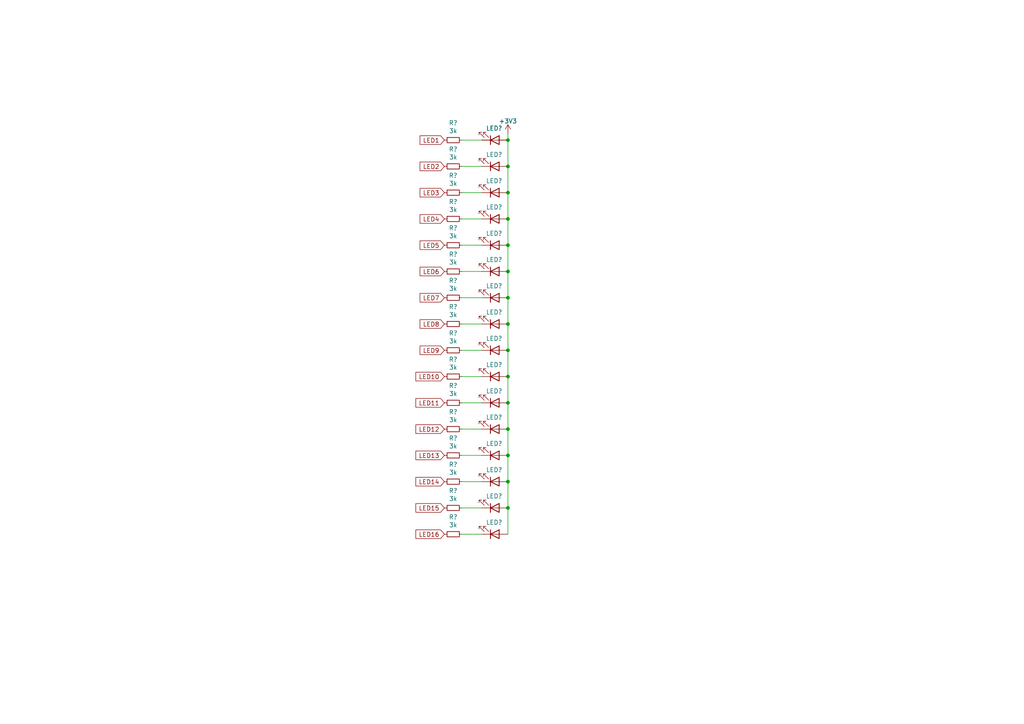
<source format=kicad_sch>
(kicad_sch (version 20211123) (generator eeschema)
  (paper "A4")
  (lib_symbols
    (symbol "Device:LED" (pin_numbers hide) (pin_names (offset 1.016) hide)
      (property "Reference" "D" (at 0 2.54 0))
      (property "Value" "LED" (at 0 -2.54 0))
      (symbol "LED_0_1"
        (polyline (pts (xy -1.27 -1.27) (xy -1.27 1.27)) (stroke (width 0.254)))
        (polyline (pts (xy -1.27 0) (xy 1.27 0)))
        (polyline (pts (xy 1.27 -1.27) (xy 1.27 1.27) (xy -1.27 0) (xy 1.27 -1.27)) (stroke (width 0.254)))
        (polyline (pts (xy -3.048 -0.762) (xy -4.572 -2.286) (xy -3.81 -2.286) (xy -4.572 -2.286) (xy -4.572 -1.524)))
        (polyline (pts (xy -1.778 -0.762) (xy -3.302 -2.286) (xy -2.54 -2.286) (xy -3.302 -2.286) (xy -3.302 -1.524)))
      )
      (symbol "LED_1_1"
        (pin passive line (at -3.81 0 0) (length 2.54) (name "K") (number "1"))
        (pin passive line (at 3.81 0 180) (length 2.54) (name "A") (number "2"))
      )
    )
    (symbol "Device:R_Small" (pin_numbers hide) (pin_names (offset 0.254) hide)
      (property "Reference" "R" (at 0.762 0.508 0))
      (property "Value" "R_Small" (at 0.762 -1.016 0))
      (symbol "R_Small_0_1"
        (rectangle (start -0.762 1.778) (end 0.762 -1.778) (stroke (width 0.2032)))
      )
      (symbol "R_Small_1_1"
        (pin passive line (at 0 2.54 270) (length 0.762) (name "~") (number "1"))
        (pin passive line (at 0 -2.54 90) (length 0.762) (name "~") (number "2"))
      )
    )
    (symbol "power:+3.3V" (power) (pin_names (offset 0))
      (property "Value" "+3.3V" (at 0 3.556 0))
      (symbol "+3.3V_0_1"
        (polyline (pts (xy -0.762 1.27) (xy 0 2.54)))
        (polyline (pts (xy 0 0) (xy 0 2.54)))
        (polyline (pts (xy 0 2.54) (xy 0.762 1.27)))
      )
      (symbol "+3.3V_1_1"
        (pin power_in line (at 0 0 90) (length 0) hide (name "+3V3") (number "1"))
      )
    )
  )
  (junction (at 147.32 86.36))
  (junction (at 147.32 40.64))
  (junction (at 147.32 147.32))
  (junction (at 147.32 101.6))
  (junction (at 147.32 116.84))
  (junction (at 147.32 93.98))
  (junction (at 147.32 132.08))
  (junction (at 147.32 48.26))
  (junction (at 147.32 63.5))
  (junction (at 147.32 139.7))
  (junction (at 147.32 78.74))
  (junction (at 147.32 124.46))
  (junction (at 147.32 109.22))
  (junction (at 147.32 55.88))
  (junction (at 147.32 71.12))
  (wire (pts (xy 133.985 93.98) (xy 139.7 93.98)))
  (wire (pts (xy 147.32 71.12) (xy 147.32 63.5)))
  (wire (pts (xy 139.7 48.26) (xy 133.985 48.26)))
  (wire (pts (xy 133.985 101.6) (xy 139.7 101.6)))
  (wire (pts (xy 133.985 132.08) (xy 139.7 132.08)))
  (wire (pts (xy 147.32 109.22) (xy 147.32 101.6)))
  (wire (pts (xy 133.985 78.74) (xy 139.7 78.74)))
  (wire (pts (xy 133.985 124.46) (xy 139.7 124.46)))
  (wire (pts (xy 139.7 147.32) (xy 133.985 147.32)))
  (wire (pts (xy 147.32 93.98) (xy 147.32 86.36)))
  (wire (pts (xy 133.985 55.88) (xy 139.7 55.88)))
  (wire (pts (xy 147.32 86.36) (xy 147.32 78.74)))
  (wire (pts (xy 139.7 109.22) (xy 133.985 109.22)))
  (wire (pts (xy 147.32 124.46) (xy 147.32 116.84)))
  (wire (pts (xy 147.32 48.26) (xy 147.32 40.64)))
  (wire (pts (xy 133.985 71.12) (xy 139.7 71.12)))
  (wire (pts (xy 133.985 116.84) (xy 139.7 116.84)))
  (wire (pts (xy 147.32 55.88) (xy 147.32 48.26)))
  (wire (pts (xy 147.32 40.64) (xy 147.32 38.735)))
  (wire (pts (xy 147.32 78.74) (xy 147.32 71.12)))
  (wire (pts (xy 147.32 139.7) (xy 147.32 132.08)))
  (wire (pts (xy 139.7 86.36) (xy 133.985 86.36)))
  (wire (pts (xy 147.32 63.5) (xy 147.32 55.88)))
  (wire (pts (xy 133.985 40.64) (xy 139.7 40.64)))
  (wire (pts (xy 147.32 101.6) (xy 147.32 93.98)))
  (wire (pts (xy 147.32 116.84) (xy 147.32 109.22)))
  (wire (pts (xy 147.32 154.94) (xy 147.32 147.32)))
  (wire (pts (xy 139.7 63.5) (xy 133.985 63.5)))
  (wire (pts (xy 147.32 147.32) (xy 147.32 139.7)))
  (wire (pts (xy 147.32 132.08) (xy 147.32 124.46)))
  (wire (pts (xy 133.985 139.7) (xy 139.7 139.7)))
  (wire (pts (xy 133.985 154.94) (xy 139.7 154.94)))
  (global_label "LED5" (shape input) (at 128.905 71.12 180) (property "Intersheet References" "${INTERSHEET_REFS}" (effects hide)))
  (global_label "LED4" (shape input) (at 128.905 63.5 180) (property "Intersheet References" "${INTERSHEET_REFS}" (effects hide)))
  (global_label "LED16" (shape input) (at 128.905 154.94 180) (property "Intersheet References" "${INTERSHEET_REFS}" (effects hide)))
  (global_label "LED3" (shape input) (at 128.905 55.88 180) (property "Intersheet References" "${INTERSHEET_REFS}" (effects hide)))
  (global_label "LED9" (shape input) (at 128.905 101.6 180) (property "Intersheet References" "${INTERSHEET_REFS}" (effects hide)))
  (global_label "LED10" (shape input) (at 128.905 109.22 180) (property "Intersheet References" "${INTERSHEET_REFS}" (effects hide)))
  (global_label "LED2" (shape input) (at 128.905 48.26 180) (property "Intersheet References" "${INTERSHEET_REFS}" (effects hide)))
  (global_label "LED15" (shape input) (at 128.905 147.32 180) (property "Intersheet References" "${INTERSHEET_REFS}" (effects hide)))
  (global_label "LED7" (shape input) (at 128.905 86.36 180) (property "Intersheet References" "${INTERSHEET_REFS}" (effects hide)))
  (global_label "LED14" (shape input) (at 128.905 139.7 180) (property "Intersheet References" "${INTERSHEET_REFS}" (effects hide)))
  (global_label "LED8" (shape input) (at 128.905 93.98 180) (property "Intersheet References" "${INTERSHEET_REFS}" (effects hide)))
  (global_label "LED13" (shape input) (at 128.905 132.08 180) (property "Intersheet References" "${INTERSHEET_REFS}" (effects hide)))
  (global_label "LED12" (shape input) (at 128.905 124.46 180) (property "Intersheet References" "${INTERSHEET_REFS}" (effects hide)))
  (global_label "LED6" (shape input) (at 128.905 78.74 180) (property "Intersheet References" "${INTERSHEET_REFS}" (effects hide)))
  (global_label "LED11" (shape input) (at 128.905 116.84 180) (property "Intersheet References" "${INTERSHEET_REFS}" (effects hide)))
  (global_label "LED1" (shape input) (at 128.905 40.64 180) (property "Intersheet References" "${INTERSHEET_REFS}" (effects hide)))
  (symbol (lib_id "Device:R_Small") (at 131.445 71.12 270) (unit 1)
    (property "Reference" "R?" (at 131.445 66.1416 90))
    (property "Value" "3k" (at 131.445 68.453 90))
    (property "Footprint" "Resistor_SMD:R_0805_2012Metric_Pad1.20x1.40mm_HandSolder" (effects hide))
  )
  (symbol (lib_id "Device:R_Small") (at 131.445 86.36 270) (unit 1)
    (property "Reference" "R?" (at 131.445 81.3816 90))
    (property "Value" "3k" (at 131.445 83.693 90))
    (property "Footprint" "Resistor_SMD:R_0805_2012Metric_Pad1.20x1.40mm_HandSolder" (effects hide))
  )
  (symbol (lib_id "Device:R_Small") (at 131.445 116.84 270) (unit 1)
    (property "Reference" "R?" (at 131.445 111.8616 90))
    (property "Value" "3k" (at 131.445 114.173 90))
    (property "Footprint" "Resistor_SMD:R_0805_2012Metric_Pad1.20x1.40mm_HandSolder" (effects hide))
  )
  (symbol (lib_id "Device:R_Small") (at 131.445 109.22 270) (unit 1)
    (property "Reference" "R?" (at 131.445 104.2416 90))
    (property "Value" "3k" (at 131.445 106.553 90))
    (property "Footprint" "Resistor_SMD:R_0805_2012Metric_Pad1.20x1.40mm_HandSolder" (effects hide))
  )
  (symbol (lib_id "Device:LED") (at 143.51 63.5 0) (mirror x) (unit 1)
    (property "Reference" "LED?" (at 143.3322 59.3598 0) (effects (justify bottom)))
    (property "Value" "LED" (effects hide))
    (property "Footprint" "LED_THT:LED_D3.0mm" (effects hide))
  )
  (symbol (lib_id "Device:LED") (at 143.51 71.12 0) (mirror x) (unit 1)
    (property "Reference" "LED?" (at 143.3322 66.9798 0) (effects (justify bottom)))
    (property "Value" "LED" (effects hide))
    (property "Footprint" "LED_THT:LED_D3.0mm" (effects hide))
  )
  (symbol (lib_id "Device:R_Small") (at 131.445 124.46 270) (unit 1)
    (property "Reference" "R?" (at 131.445 119.4816 90))
    (property "Value" "3k" (at 131.445 121.793 90))
    (property "Footprint" "Resistor_SMD:R_0805_2012Metric_Pad1.20x1.40mm_HandSolder" (effects hide))
  )
  (symbol (lib_id "Device:LED") (at 143.51 101.6 0) (mirror x) (unit 1)
    (property "Reference" "LED?" (at 143.3322 97.4598 0) (effects (justify bottom)))
    (property "Value" "LED" (effects hide))
    (property "Footprint" "LED_THT:LED_D3.0mm" (effects hide))
  )
  (symbol (lib_id "Device:LED") (at 143.51 147.32 0) (mirror x) (unit 1)
    (property "Reference" "LED?" (at 143.3322 143.1798 0) (effects (justify bottom)))
    (property "Value" "LED" (effects hide))
    (property "Footprint" "LED_THT:LED_D3.0mm" (effects hide))
  )
  (symbol (lib_id "Device:R_Small") (at 131.445 139.7 270) (unit 1)
    (property "Reference" "R?" (at 131.445 134.7216 90))
    (property "Value" "3k" (at 131.445 137.033 90))
    (property "Footprint" "Resistor_SMD:R_0805_2012Metric_Pad1.20x1.40mm_HandSolder" (effects hide))
  )
  (symbol (lib_id "Device:R_Small") (at 131.445 154.94 270) (unit 1)
    (property "Reference" "R?" (at 131.445 149.9616 90))
    (property "Value" "3k" (at 131.445 152.273 90))
    (property "Footprint" "Resistor_SMD:R_0805_2012Metric_Pad1.20x1.40mm_HandSolder" (effects hide))
  )
  (symbol (lib_id "Device:LED") (at 143.51 124.46 0) (mirror x) (unit 1)
    (property "Reference" "LED?" (at 143.3322 120.3198 0) (effects (justify bottom)))
    (property "Value" "LED" (effects hide))
    (property "Footprint" "LED_THT:LED_D3.0mm" (effects hide))
  )
  (symbol (lib_id "Device:LED") (at 143.51 132.08 0) (mirror x) (unit 1)
    (property "Reference" "LED?" (at 143.3322 127.9398 0) (effects (justify bottom)))
    (property "Value" "LED" (effects hide))
    (property "Footprint" "LED_THT:LED_D3.0mm" (effects hide))
  )
  (symbol (lib_id "Device:LED") (at 143.51 55.88 0) (mirror x) (unit 1)
    (property "Reference" "LED?" (at 143.3322 51.7398 0) (effects (justify bottom)))
    (property "Value" "LED" (effects hide))
    (property "Footprint" "LED_THT:LED_D3.0mm" (effects hide))
  )
  (symbol (lib_id "Device:R_Small") (at 131.445 55.88 270) (unit 1)
    (property "Reference" "R?" (at 131.445 50.9016 90))
    (property "Value" "3k" (at 131.445 53.213 90))
    (property "Footprint" "Resistor_SMD:R_0805_2012Metric_Pad1.20x1.40mm_HandSolder" (effects hide))
  )
  (symbol (lib_id "Device:R_Small") (at 131.445 147.32 270) (unit 1)
    (property "Reference" "R?" (at 131.445 142.3416 90))
    (property "Value" "3k" (at 131.445 144.653 90))
    (property "Footprint" "Resistor_SMD:R_0805_2012Metric_Pad1.20x1.40mm_HandSolder" (effects hide))
  )
  (symbol (lib_id "Device:LED") (at 143.51 139.7 0) (mirror x) (unit 1)
    (property "Reference" "LED?" (at 143.3322 135.5598 0) (effects (justify bottom)))
    (property "Value" "LED" (effects hide))
    (property "Footprint" "LED_THT:LED_D3.0mm" (effects hide))
  )
  (symbol (lib_id "Device:LED") (at 143.51 86.36 0) (mirror x) (unit 1)
    (property "Reference" "LED?" (at 143.3322 82.2198 0) (effects (justify bottom)))
    (property "Value" "LED" (effects hide))
    (property "Footprint" "LED_THT:LED_D3.0mm" (effects hide))
  )
  (symbol (lib_id "Device:R_Small") (at 131.445 40.64 90) (mirror x) (unit 1)
    (property "Reference" "R?" (at 131.445 35.6616 90))
    (property "Value" "3k" (at 131.445 37.973 90))
    (property "Footprint" "Resistor_SMD:R_0805_2012Metric_Pad1.20x1.40mm_HandSolder" (effects hide))
  )
  (symbol (lib_id "Device:R_Small") (at 131.445 78.74 270) (unit 1)
    (property "Reference" "R?" (at 131.445 73.7616 90))
    (property "Value" "3k" (at 131.445 76.073 90))
    (property "Footprint" "Resistor_SMD:R_0805_2012Metric_Pad1.20x1.40mm_HandSolder" (effects hide))
  )
  (symbol (lib_id "Device:LED") (at 143.51 48.26 0) (mirror x) (unit 1)
    (property "Reference" "LED?" (at 143.3322 44.1198 0) (effects (justify bottom)))
    (property "Value" "LED" (effects hide))
    (property "Footprint" "LED_THT:LED_D3.0mm" (effects hide))
  )
  (symbol (lib_id "Device:LED") (at 143.51 154.94 0) (mirror x) (unit 1)
    (property "Reference" "LED?" (at 143.3322 150.7998 0) (effects (justify bottom)))
    (property "Value" "LED" (effects hide))
    (property "Footprint" "LED_THT:LED_D3.0mm" (effects hide))
  )
  (symbol (lib_id "Device:LED") (at 143.51 78.74 0) (mirror x) (unit 1)
    (property "Reference" "LED?" (at 143.3322 74.5998 0) (effects (justify bottom)))
    (property "Value" "LED" (effects hide))
    (property "Footprint" "LED_THT:LED_D3.0mm" (effects hide))
  )
  (symbol (lib_id "Device:R_Small") (at 131.445 93.98 270) (unit 1)
    (property "Reference" "R?" (at 131.445 89.0016 90))
    (property "Value" "3k" (at 131.445 91.313 90))
    (property "Footprint" "Resistor_SMD:R_0805_2012Metric_Pad1.20x1.40mm_HandSolder" (effects hide))
  )
  (symbol (lib_id "power:+3.3V") (at 147.32 38.735 0) (unit 1)
    (property "Reference" "#PWR?" (effects hide))
    (property "Value" "+3.3V" (at 147.32 35.1305 0))
  )
  (symbol (lib_id "Device:R_Small") (at 131.445 101.6 270) (unit 1)
    (property "Reference" "R?" (at 131.445 96.6216 90))
    (property "Value" "3k" (at 131.445 98.933 90))
    (property "Footprint" "Resistor_SMD:R_0805_2012Metric_Pad1.20x1.40mm_HandSolder" (effects hide))
  )
  (symbol (lib_id "Device:LED") (at 143.51 93.98 0) (mirror x) (unit 1)
    (property "Reference" "LED?" (at 143.3322 89.8398 0) (effects (justify bottom)))
    (property "Value" "LED" (effects hide))
    (property "Footprint" "LED_THT:LED_D3.0mm" (effects hide))
  )
  (symbol (lib_id "Device:LED") (at 143.51 40.64 0) (mirror x) (unit 1)
    (property "Reference" "LED?" (at 143.3322 36.4998 0) (effects (justify bottom)))
    (property "Value" "LED" (effects hide))
    (property "Footprint" "LED_THT:LED_D3.0mm" (effects hide))
  )
  (symbol (lib_id "Device:R_Small") (at 131.445 63.5 270) (unit 1)
    (property "Reference" "R?" (at 131.445 58.5216 90))
    (property "Value" "3k" (at 131.445 60.833 90))
    (property "Footprint" "Resistor_SMD:R_0805_2012Metric_Pad1.20x1.40mm_HandSolder" (effects hide))
  )
  (symbol (lib_id "Device:R_Small") (at 131.445 132.08 270) (unit 1)
    (property "Reference" "R?" (at 131.445 127.1016 90))
    (property "Value" "3k" (at 131.445 129.413 90))
    (property "Footprint" "Resistor_SMD:R_0805_2012Metric_Pad1.20x1.40mm_HandSolder" (effects hide))
  )
  (symbol (lib_id "Device:LED") (at 143.51 116.84 0) (mirror x) (unit 1)
    (property "Reference" "LED?" (at 143.3322 112.6998 0) (effects (justify bottom)))
    (property "Value" "LED" (effects hide))
    (property "Footprint" "LED_THT:LED_D3.0mm" (effects hide))
  )
  (symbol (lib_id "Device:LED") (at 143.51 109.22 0) (mirror x) (unit 1)
    (property "Reference" "LED?" (at 143.3322 105.0798 0) (effects (justify bottom)))
    (property "Value" "LED" (effects hide))
    (property "Footprint" "LED_THT:LED_D3.0mm" (effects hide))
  )
  (symbol (lib_id "Device:R_Small") (at 131.445 48.26 270) (unit 1)
    (property "Reference" "R?" (at 131.445 43.2816 90))
    (property "Value" "3k" (at 131.445 45.593 90))
    (property "Footprint" "Resistor_SMD:R_0805_2012Metric_Pad1.20x1.40mm_HandSolder" (effects hide))
  )
)
</source>
